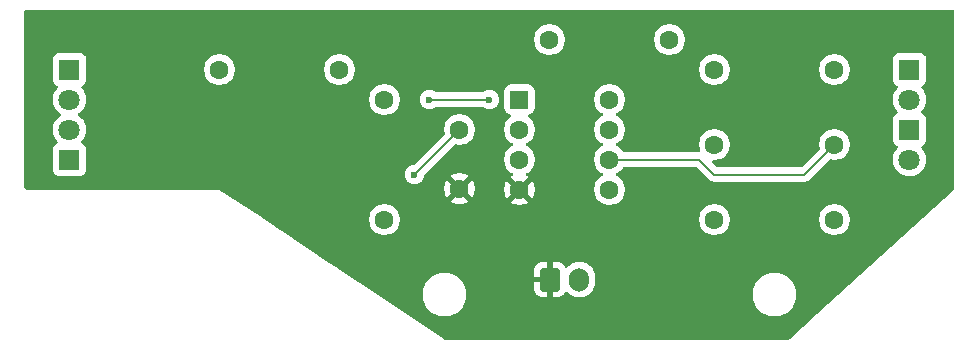
<source format=gbr>
%TF.GenerationSoftware,KiCad,Pcbnew,9.0.4-9.0.4-0~ubuntu22.04.1*%
%TF.CreationDate,2025-10-04T20:24:53+09:00*%
%TF.ProjectId,practice10.13,70726163-7469-4636-9531-302e31332e6b,rev?*%
%TF.SameCoordinates,Original*%
%TF.FileFunction,Copper,L2,Bot*%
%TF.FilePolarity,Positive*%
%FSLAX46Y46*%
G04 Gerber Fmt 4.6, Leading zero omitted, Abs format (unit mm)*
G04 Created by KiCad (PCBNEW 9.0.4-9.0.4-0~ubuntu22.04.1) date 2025-10-04 20:24:53*
%MOMM*%
%LPD*%
G01*
G04 APERTURE LIST*
G04 Aperture macros list*
%AMRoundRect*
0 Rectangle with rounded corners*
0 $1 Rounding radius*
0 $2 $3 $4 $5 $6 $7 $8 $9 X,Y pos of 4 corners*
0 Add a 4 corners polygon primitive as box body*
4,1,4,$2,$3,$4,$5,$6,$7,$8,$9,$2,$3,0*
0 Add four circle primitives for the rounded corners*
1,1,$1+$1,$2,$3*
1,1,$1+$1,$4,$5*
1,1,$1+$1,$6,$7*
1,1,$1+$1,$8,$9*
0 Add four rect primitives between the rounded corners*
20,1,$1+$1,$2,$3,$4,$5,0*
20,1,$1+$1,$4,$5,$6,$7,0*
20,1,$1+$1,$6,$7,$8,$9,0*
20,1,$1+$1,$8,$9,$2,$3,0*%
G04 Aperture macros list end*
%TA.AperFunction,ComponentPad*%
%ADD10C,1.800000*%
%TD*%
%TA.AperFunction,ComponentPad*%
%ADD11R,1.800000X1.800000*%
%TD*%
%TA.AperFunction,ComponentPad*%
%ADD12C,1.600000*%
%TD*%
%TA.AperFunction,ComponentPad*%
%ADD13RoundRect,0.250000X-0.600000X-0.750000X0.600000X-0.750000X0.600000X0.750000X-0.600000X0.750000X0*%
%TD*%
%TA.AperFunction,ComponentPad*%
%ADD14O,1.700000X2.000000*%
%TD*%
%TA.AperFunction,ComponentPad*%
%ADD15RoundRect,0.250000X-0.550000X-0.550000X0.550000X-0.550000X0.550000X0.550000X-0.550000X0.550000X0*%
%TD*%
%TA.AperFunction,ViaPad*%
%ADD16C,0.600000*%
%TD*%
%TA.AperFunction,Conductor*%
%ADD17C,0.200000*%
%TD*%
G04 APERTURE END LIST*
D10*
%TO.P,Q2,2,E*%
%TO.N,Net-(Q2-E)*%
X113030000Y-50800000D03*
D11*
%TO.P,Q2,1,C*%
%TO.N,VCC*%
X113030000Y-48260000D03*
%TD*%
D12*
%TO.P,R5,1*%
%TO.N,VCC*%
X139700000Y-60960000D03*
%TO.P,R5,2*%
%TO.N,Net-(J2-Pin_5)*%
X139700000Y-50800000D03*
%TD*%
D13*
%TO.P,J2,1,Pin_1*%
%TO.N,GND*%
X153710000Y-66040000D03*
D14*
%TO.P,J2,2,Pin_2*%
%TO.N,VCC*%
X156210000Y-66040000D03*
%TD*%
D11*
%TO.P,D1,1,K*%
%TO.N,Net-(D1-K)*%
X184150000Y-48260000D03*
D10*
%TO.P,D1,2,A*%
%TO.N,VCC*%
X184150000Y-50800000D03*
%TD*%
D12*
%TO.P,R1,1*%
%TO.N,Net-(D1-K)*%
X177800000Y-48260000D03*
%TO.P,R1,2*%
%TO.N,Net-(R1-Pad2)*%
X167640000Y-48260000D03*
%TD*%
%TO.P,R6,1*%
%TO.N,VCC*%
X177800000Y-60960000D03*
%TO.P,R6,2*%
%TO.N,Net-(J2-Pin_4)*%
X167640000Y-60960000D03*
%TD*%
D11*
%TO.P,D2,1,K*%
%TO.N,Net-(D2-K)*%
X113030000Y-55880000D03*
D10*
%TO.P,D2,2,A*%
%TO.N,VCC*%
X113030000Y-53340000D03*
%TD*%
D12*
%TO.P,R4,1*%
%TO.N,Net-(Q2-E)*%
X125730000Y-48260000D03*
%TO.P,R4,2*%
%TO.N,Net-(R1-Pad2)*%
X135890000Y-48260000D03*
%TD*%
%TO.P,C1,1*%
%TO.N,VCC*%
X146050000Y-53340000D03*
%TO.P,C1,2*%
%TO.N,GND*%
X146050000Y-58340000D03*
%TD*%
%TO.P,R3,1*%
%TO.N,Net-(Q1-E)*%
X177800000Y-54610000D03*
%TO.P,R3,2*%
%TO.N,Net-(R1-Pad2)*%
X167640000Y-54610000D03*
%TD*%
D15*
%TO.P,U1,1*%
%TO.N,Net-(J2-Pin_5)*%
X151130000Y-50800000D03*
D12*
%TO.P,U1,2,-*%
%TO.N,Net-(Q2-E)*%
X151130000Y-53340000D03*
%TO.P,U1,3,+*%
%TO.N,Net-(J2-Pin_3)*%
X151130000Y-55880000D03*
%TO.P,U1,4,V-*%
%TO.N,GND*%
X151130000Y-58420000D03*
%TO.P,U1,5,+*%
%TO.N,Net-(J2-Pin_3)*%
X158750000Y-58420000D03*
%TO.P,U1,6,-*%
%TO.N,Net-(Q1-E)*%
X158750000Y-55880000D03*
%TO.P,U1,7*%
%TO.N,Net-(J2-Pin_4)*%
X158750000Y-53340000D03*
%TO.P,U1,8,V+*%
%TO.N,VCC*%
X158750000Y-50800000D03*
%TD*%
%TO.P,R2,1*%
%TO.N,Net-(D2-K)*%
X153670000Y-45720000D03*
%TO.P,R2,2*%
%TO.N,Net-(R1-Pad2)*%
X163830000Y-45720000D03*
%TD*%
D11*
%TO.P,Q1,1,C*%
%TO.N,VCC*%
X184150000Y-53340000D03*
D10*
%TO.P,Q1,2,E*%
%TO.N,Net-(Q1-E)*%
X184150000Y-55880000D03*
%TD*%
D16*
%TO.N,Net-(J2-Pin_5)*%
X143510000Y-50800000D03*
X148590000Y-50800000D03*
%TO.N,VCC*%
X142240000Y-57150000D03*
%TD*%
D17*
%TO.N,Net-(Q1-E)*%
X175260000Y-57150000D02*
X167640000Y-57150000D01*
X167640000Y-57150000D02*
X166370000Y-55880000D01*
X166370000Y-55880000D02*
X158750000Y-55880000D01*
X175260000Y-57150000D02*
X175895000Y-56515000D01*
%TO.N,Net-(J2-Pin_5)*%
X148590000Y-50800000D02*
X143510000Y-50800000D01*
%TO.N,VCC*%
X142240000Y-57150000D02*
X146050000Y-53340000D01*
%TO.N,Net-(Q1-E)*%
X175260000Y-57150000D02*
X177800000Y-54610000D01*
%TD*%
%TA.AperFunction,Conductor*%
%TO.N,GND*%
G36*
X187903039Y-43199685D02*
G01*
X187948794Y-43252489D01*
X187960000Y-43304000D01*
X187960000Y-58365146D01*
X187940315Y-58432185D01*
X187919411Y-58456899D01*
X186257169Y-59968028D01*
X176351452Y-68973226D01*
X174025472Y-71087753D01*
X173962626Y-71118283D01*
X173942061Y-71120000D01*
X144817544Y-71120000D01*
X144750505Y-71100315D01*
X144748761Y-71099174D01*
X138883067Y-67188711D01*
X142929500Y-67188711D01*
X142929500Y-67431288D01*
X142961161Y-67671785D01*
X143023947Y-67906104D01*
X143116773Y-68130205D01*
X143116776Y-68130212D01*
X143238064Y-68340289D01*
X143238066Y-68340292D01*
X143238067Y-68340293D01*
X143385733Y-68532736D01*
X143385739Y-68532743D01*
X143557256Y-68704260D01*
X143557262Y-68704265D01*
X143749711Y-68851936D01*
X143959788Y-68973224D01*
X144183900Y-69066054D01*
X144418211Y-69128838D01*
X144598586Y-69152584D01*
X144658711Y-69160500D01*
X144658712Y-69160500D01*
X144901289Y-69160500D01*
X144949388Y-69154167D01*
X145141789Y-69128838D01*
X145376100Y-69066054D01*
X145600212Y-68973224D01*
X145810289Y-68851936D01*
X146002738Y-68704265D01*
X146174265Y-68532738D01*
X146321936Y-68340289D01*
X146443224Y-68130212D01*
X146536054Y-67906100D01*
X146598838Y-67671789D01*
X146630500Y-67431288D01*
X146630500Y-67188712D01*
X146598838Y-66948211D01*
X146536054Y-66713900D01*
X146443224Y-66489788D01*
X146321936Y-66279711D01*
X146174265Y-66087262D01*
X146174260Y-66087256D01*
X146002743Y-65915739D01*
X146002736Y-65915733D01*
X145810293Y-65768067D01*
X145810292Y-65768066D01*
X145810289Y-65768064D01*
X145600212Y-65646776D01*
X145600205Y-65646773D01*
X145376104Y-65553947D01*
X145141785Y-65491161D01*
X144901289Y-65459500D01*
X144901288Y-65459500D01*
X144658712Y-65459500D01*
X144658711Y-65459500D01*
X144418214Y-65491161D01*
X144183895Y-65553947D01*
X143959794Y-65646773D01*
X143959785Y-65646777D01*
X143749706Y-65768067D01*
X143557263Y-65915733D01*
X143557256Y-65915739D01*
X143385739Y-66087256D01*
X143385733Y-66087263D01*
X143238067Y-66279706D01*
X143116777Y-66489785D01*
X143116773Y-66489794D01*
X143023947Y-66713895D01*
X142961161Y-66948214D01*
X142929500Y-67188711D01*
X138883067Y-67188711D01*
X135960020Y-65240013D01*
X152360000Y-65240013D01*
X152360000Y-65790000D01*
X153276988Y-65790000D01*
X153244075Y-65847007D01*
X153210000Y-65974174D01*
X153210000Y-66105826D01*
X153244075Y-66232993D01*
X153276988Y-66290000D01*
X152360001Y-66290000D01*
X152360001Y-66839986D01*
X152370494Y-66942697D01*
X152425641Y-67109119D01*
X152425643Y-67109124D01*
X152517684Y-67258345D01*
X152641654Y-67382315D01*
X152790875Y-67474356D01*
X152790880Y-67474358D01*
X152957302Y-67529505D01*
X152957309Y-67529506D01*
X153060019Y-67539999D01*
X153459999Y-67539999D01*
X153460000Y-67539998D01*
X153460000Y-66473012D01*
X153517007Y-66505925D01*
X153644174Y-66540000D01*
X153775826Y-66540000D01*
X153902993Y-66505925D01*
X153960000Y-66473012D01*
X153960000Y-67539999D01*
X154359972Y-67539999D01*
X154359986Y-67539998D01*
X154462697Y-67529505D01*
X154629119Y-67474358D01*
X154629124Y-67474356D01*
X154778345Y-67382315D01*
X154902317Y-67258343D01*
X154997815Y-67103516D01*
X155049763Y-67056791D01*
X155118725Y-67045568D01*
X155182808Y-67073412D01*
X155191035Y-67080931D01*
X155330213Y-67220109D01*
X155502179Y-67345048D01*
X155502181Y-67345049D01*
X155502184Y-67345051D01*
X155691588Y-67441557D01*
X155893757Y-67507246D01*
X156103713Y-67540500D01*
X156103714Y-67540500D01*
X156316286Y-67540500D01*
X156316287Y-67540500D01*
X156526243Y-67507246D01*
X156728412Y-67441557D01*
X156917816Y-67345051D01*
X156939789Y-67329086D01*
X157089786Y-67220109D01*
X157089788Y-67220106D01*
X157089792Y-67220104D01*
X157121185Y-67188711D01*
X170869500Y-67188711D01*
X170869500Y-67431288D01*
X170901161Y-67671785D01*
X170963947Y-67906104D01*
X171056773Y-68130205D01*
X171056776Y-68130212D01*
X171178064Y-68340289D01*
X171178066Y-68340292D01*
X171178067Y-68340293D01*
X171325733Y-68532736D01*
X171325739Y-68532743D01*
X171497256Y-68704260D01*
X171497262Y-68704265D01*
X171689711Y-68851936D01*
X171899788Y-68973224D01*
X172123900Y-69066054D01*
X172358211Y-69128838D01*
X172538586Y-69152584D01*
X172598711Y-69160500D01*
X172598712Y-69160500D01*
X172841289Y-69160500D01*
X172889388Y-69154167D01*
X173081789Y-69128838D01*
X173316100Y-69066054D01*
X173540212Y-68973224D01*
X173750289Y-68851936D01*
X173942738Y-68704265D01*
X174114265Y-68532738D01*
X174261936Y-68340289D01*
X174383224Y-68130212D01*
X174476054Y-67906100D01*
X174538838Y-67671789D01*
X174570500Y-67431288D01*
X174570500Y-67188712D01*
X174538838Y-66948211D01*
X174476054Y-66713900D01*
X174383224Y-66489788D01*
X174261936Y-66279711D01*
X174114265Y-66087262D01*
X174114260Y-66087256D01*
X173942743Y-65915739D01*
X173942736Y-65915733D01*
X173750293Y-65768067D01*
X173750292Y-65768066D01*
X173750289Y-65768064D01*
X173540212Y-65646776D01*
X173540205Y-65646773D01*
X173316104Y-65553947D01*
X173081785Y-65491161D01*
X172841289Y-65459500D01*
X172841288Y-65459500D01*
X172598712Y-65459500D01*
X172598711Y-65459500D01*
X172358214Y-65491161D01*
X172123895Y-65553947D01*
X171899794Y-65646773D01*
X171899785Y-65646777D01*
X171689706Y-65768067D01*
X171497263Y-65915733D01*
X171497256Y-65915739D01*
X171325739Y-66087256D01*
X171325733Y-66087263D01*
X171178067Y-66279706D01*
X171056777Y-66489785D01*
X171056773Y-66489794D01*
X170963947Y-66713895D01*
X170901161Y-66948214D01*
X170869500Y-67188711D01*
X157121185Y-67188711D01*
X157240104Y-67069792D01*
X157240106Y-67069788D01*
X157240109Y-67069786D01*
X157365048Y-66897820D01*
X157365047Y-66897820D01*
X157365051Y-66897816D01*
X157461557Y-66708412D01*
X157527246Y-66506243D01*
X157560500Y-66296287D01*
X157560500Y-65783713D01*
X157527246Y-65573757D01*
X157461557Y-65371588D01*
X157365051Y-65182184D01*
X157365049Y-65182181D01*
X157365048Y-65182179D01*
X157240109Y-65010213D01*
X157089786Y-64859890D01*
X156917820Y-64734951D01*
X156728414Y-64638444D01*
X156728413Y-64638443D01*
X156728412Y-64638443D01*
X156526243Y-64572754D01*
X156526241Y-64572753D01*
X156526240Y-64572753D01*
X156364957Y-64547208D01*
X156316287Y-64539500D01*
X156103713Y-64539500D01*
X156055042Y-64547208D01*
X155893760Y-64572753D01*
X155691585Y-64638444D01*
X155502179Y-64734951D01*
X155330215Y-64859889D01*
X155191035Y-64999069D01*
X155129712Y-65032553D01*
X155060020Y-65027569D01*
X155004087Y-64985697D01*
X154997815Y-64976484D01*
X154902315Y-64821654D01*
X154778345Y-64697684D01*
X154629124Y-64605643D01*
X154629119Y-64605641D01*
X154462697Y-64550494D01*
X154462690Y-64550493D01*
X154359986Y-64540000D01*
X153960000Y-64540000D01*
X153960000Y-65606988D01*
X153902993Y-65574075D01*
X153775826Y-65540000D01*
X153644174Y-65540000D01*
X153517007Y-65574075D01*
X153460000Y-65606988D01*
X153460000Y-64540000D01*
X153060028Y-64540000D01*
X153060012Y-64540001D01*
X152957302Y-64550494D01*
X152790880Y-64605641D01*
X152790875Y-64605643D01*
X152641654Y-64697684D01*
X152517684Y-64821654D01*
X152425643Y-64970875D01*
X152425641Y-64970880D01*
X152370494Y-65137302D01*
X152370493Y-65137309D01*
X152360000Y-65240013D01*
X135960020Y-65240013D01*
X135873269Y-65182179D01*
X135805964Y-65137309D01*
X135556313Y-64970875D01*
X135389834Y-64859889D01*
X135202427Y-64734951D01*
X135008462Y-64605641D01*
X131027957Y-61951971D01*
X130810820Y-61807213D01*
X130288835Y-61459223D01*
X129533925Y-60955950D01*
X129386472Y-60857648D01*
X138399500Y-60857648D01*
X138399500Y-61062351D01*
X138431522Y-61264534D01*
X138494781Y-61459223D01*
X138587715Y-61641613D01*
X138708028Y-61807213D01*
X138852786Y-61951971D01*
X139007749Y-62064556D01*
X139018390Y-62072287D01*
X139134607Y-62131503D01*
X139200776Y-62165218D01*
X139200778Y-62165218D01*
X139200781Y-62165220D01*
X139305137Y-62199127D01*
X139395465Y-62228477D01*
X139496557Y-62244488D01*
X139597648Y-62260500D01*
X139597649Y-62260500D01*
X139802351Y-62260500D01*
X139802352Y-62260500D01*
X140004534Y-62228477D01*
X140199219Y-62165220D01*
X140381610Y-62072287D01*
X140474590Y-62004732D01*
X140547213Y-61951971D01*
X140547215Y-61951968D01*
X140547219Y-61951966D01*
X140691966Y-61807219D01*
X140691968Y-61807215D01*
X140691971Y-61807213D01*
X140744732Y-61734590D01*
X140812287Y-61641610D01*
X140905220Y-61459219D01*
X140968477Y-61264534D01*
X141000500Y-61062352D01*
X141000500Y-60857648D01*
X166339500Y-60857648D01*
X166339500Y-61062351D01*
X166371522Y-61264534D01*
X166434781Y-61459223D01*
X166527715Y-61641613D01*
X166648028Y-61807213D01*
X166792786Y-61951971D01*
X166947749Y-62064556D01*
X166958390Y-62072287D01*
X167074607Y-62131503D01*
X167140776Y-62165218D01*
X167140778Y-62165218D01*
X167140781Y-62165220D01*
X167245137Y-62199127D01*
X167335465Y-62228477D01*
X167436557Y-62244488D01*
X167537648Y-62260500D01*
X167537649Y-62260500D01*
X167742351Y-62260500D01*
X167742352Y-62260500D01*
X167944534Y-62228477D01*
X168139219Y-62165220D01*
X168321610Y-62072287D01*
X168414590Y-62004732D01*
X168487213Y-61951971D01*
X168487215Y-61951968D01*
X168487219Y-61951966D01*
X168631966Y-61807219D01*
X168631968Y-61807215D01*
X168631971Y-61807213D01*
X168684732Y-61734590D01*
X168752287Y-61641610D01*
X168845220Y-61459219D01*
X168908477Y-61264534D01*
X168940500Y-61062352D01*
X168940500Y-60857648D01*
X176499500Y-60857648D01*
X176499500Y-61062351D01*
X176531522Y-61264534D01*
X176594781Y-61459223D01*
X176687715Y-61641613D01*
X176808028Y-61807213D01*
X176952786Y-61951971D01*
X177107749Y-62064556D01*
X177118390Y-62072287D01*
X177234607Y-62131503D01*
X177300776Y-62165218D01*
X177300778Y-62165218D01*
X177300781Y-62165220D01*
X177405137Y-62199127D01*
X177495465Y-62228477D01*
X177596557Y-62244488D01*
X177697648Y-62260500D01*
X177697649Y-62260500D01*
X177902351Y-62260500D01*
X177902352Y-62260500D01*
X178104534Y-62228477D01*
X178299219Y-62165220D01*
X178481610Y-62072287D01*
X178574590Y-62004732D01*
X178647213Y-61951971D01*
X178647215Y-61951968D01*
X178647219Y-61951966D01*
X178791966Y-61807219D01*
X178791968Y-61807215D01*
X178791971Y-61807213D01*
X178844732Y-61734590D01*
X178912287Y-61641610D01*
X179005220Y-61459219D01*
X179068477Y-61264534D01*
X179100500Y-61062352D01*
X179100500Y-60857648D01*
X179068477Y-60655466D01*
X179005220Y-60460781D01*
X179005218Y-60460778D01*
X179005218Y-60460776D01*
X178971503Y-60394607D01*
X178912287Y-60278390D01*
X178848432Y-60190500D01*
X178791971Y-60112786D01*
X178647213Y-59968028D01*
X178481613Y-59847715D01*
X178481612Y-59847714D01*
X178481610Y-59847713D01*
X178424653Y-59818691D01*
X178299223Y-59754781D01*
X178104534Y-59691522D01*
X177929995Y-59663878D01*
X177902352Y-59659500D01*
X177697648Y-59659500D01*
X177673329Y-59663351D01*
X177495465Y-59691522D01*
X177300776Y-59754781D01*
X177118386Y-59847715D01*
X176952786Y-59968028D01*
X176808028Y-60112786D01*
X176687715Y-60278386D01*
X176594781Y-60460776D01*
X176531522Y-60655465D01*
X176499500Y-60857648D01*
X168940500Y-60857648D01*
X168908477Y-60655466D01*
X168845220Y-60460781D01*
X168845218Y-60460778D01*
X168845218Y-60460776D01*
X168811503Y-60394607D01*
X168752287Y-60278390D01*
X168688432Y-60190500D01*
X168631971Y-60112786D01*
X168487213Y-59968028D01*
X168321613Y-59847715D01*
X168321612Y-59847714D01*
X168321610Y-59847713D01*
X168264653Y-59818691D01*
X168139223Y-59754781D01*
X167944534Y-59691522D01*
X167769995Y-59663878D01*
X167742352Y-59659500D01*
X167537648Y-59659500D01*
X167513329Y-59663351D01*
X167335465Y-59691522D01*
X167140776Y-59754781D01*
X166958386Y-59847715D01*
X166792786Y-59968028D01*
X166648028Y-60112786D01*
X166527715Y-60278386D01*
X166434781Y-60460776D01*
X166371522Y-60655465D01*
X166339500Y-60857648D01*
X141000500Y-60857648D01*
X140968477Y-60655466D01*
X140905220Y-60460781D01*
X140905218Y-60460778D01*
X140905218Y-60460776D01*
X140871503Y-60394607D01*
X140812287Y-60278390D01*
X140748432Y-60190500D01*
X140691971Y-60112786D01*
X140547213Y-59968028D01*
X140381613Y-59847715D01*
X140381612Y-59847714D01*
X140381610Y-59847713D01*
X140324653Y-59818691D01*
X140199223Y-59754781D01*
X140004534Y-59691522D01*
X139829995Y-59663878D01*
X139802352Y-59659500D01*
X139597648Y-59659500D01*
X139573329Y-59663351D01*
X139395465Y-59691522D01*
X139200776Y-59754781D01*
X139018386Y-59847715D01*
X138852786Y-59968028D01*
X138708028Y-60112786D01*
X138587715Y-60278386D01*
X138494781Y-60460776D01*
X138431522Y-60655465D01*
X138399500Y-60857648D01*
X129386472Y-60857648D01*
X127313084Y-59475389D01*
X125730000Y-58420000D01*
X109344000Y-58420000D01*
X109335314Y-58417449D01*
X109326353Y-58418738D01*
X109302312Y-58407759D01*
X109276961Y-58400315D01*
X109271033Y-58393474D01*
X109262797Y-58389713D01*
X109248507Y-58367478D01*
X109231206Y-58347511D01*
X109228918Y-58336996D01*
X109225023Y-58330935D01*
X109220000Y-58296000D01*
X109220000Y-58237682D01*
X144750000Y-58237682D01*
X144750000Y-58442317D01*
X144782009Y-58644417D01*
X144845244Y-58839031D01*
X144938141Y-59021350D01*
X144938147Y-59021359D01*
X144970523Y-59065921D01*
X144970524Y-59065922D01*
X145650000Y-58386446D01*
X145650000Y-58392661D01*
X145677259Y-58494394D01*
X145729920Y-58585606D01*
X145804394Y-58660080D01*
X145895606Y-58712741D01*
X145997339Y-58740000D01*
X146003553Y-58740000D01*
X145324076Y-59419474D01*
X145368650Y-59451859D01*
X145550968Y-59544755D01*
X145745582Y-59607990D01*
X145947683Y-59640000D01*
X146152317Y-59640000D01*
X146354417Y-59607990D01*
X146549031Y-59544755D01*
X146731349Y-59451859D01*
X146775921Y-59419474D01*
X146775922Y-59419474D01*
X146096447Y-58740000D01*
X146102661Y-58740000D01*
X146204394Y-58712741D01*
X146295606Y-58660080D01*
X146370080Y-58585606D01*
X146422741Y-58494394D01*
X146450000Y-58392661D01*
X146450000Y-58386448D01*
X147129474Y-59065922D01*
X147129474Y-59065921D01*
X147161859Y-59021349D01*
X147254755Y-58839031D01*
X147317990Y-58644417D01*
X147350000Y-58442317D01*
X147350000Y-58237682D01*
X147317990Y-58035582D01*
X147254755Y-57840968D01*
X147161859Y-57658650D01*
X147129474Y-57614077D01*
X147129474Y-57614076D01*
X146450000Y-58293551D01*
X146450000Y-58287339D01*
X146422741Y-58185606D01*
X146370080Y-58094394D01*
X146295606Y-58019920D01*
X146204394Y-57967259D01*
X146102661Y-57940000D01*
X146096446Y-57940000D01*
X146775922Y-57260524D01*
X146775921Y-57260523D01*
X146731359Y-57228147D01*
X146731350Y-57228141D01*
X146549031Y-57135244D01*
X146354417Y-57072009D01*
X146152317Y-57040000D01*
X145947683Y-57040000D01*
X145745582Y-57072009D01*
X145550968Y-57135244D01*
X145368644Y-57228143D01*
X145324077Y-57260523D01*
X145324077Y-57260524D01*
X146003554Y-57940000D01*
X145997339Y-57940000D01*
X145895606Y-57967259D01*
X145804394Y-58019920D01*
X145729920Y-58094394D01*
X145677259Y-58185606D01*
X145650000Y-58287339D01*
X145650000Y-58293553D01*
X144970524Y-57614077D01*
X144970523Y-57614077D01*
X144938143Y-57658644D01*
X144845244Y-57840968D01*
X144782009Y-58035582D01*
X144750000Y-58237682D01*
X109220000Y-58237682D01*
X109220000Y-47312135D01*
X111629500Y-47312135D01*
X111629500Y-49207870D01*
X111629501Y-49207876D01*
X111635908Y-49267483D01*
X111686202Y-49402328D01*
X111686206Y-49402335D01*
X111772452Y-49517544D01*
X111772455Y-49517547D01*
X111887664Y-49603793D01*
X111887671Y-49603797D01*
X111967580Y-49633601D01*
X112023514Y-49675472D01*
X112047931Y-49740936D01*
X112033080Y-49809209D01*
X112011929Y-49837463D01*
X111961756Y-49887636D01*
X111961752Y-49887641D01*
X111832187Y-50065974D01*
X111732104Y-50262393D01*
X111732103Y-50262396D01*
X111663985Y-50472047D01*
X111629500Y-50689778D01*
X111629500Y-50910221D01*
X111663985Y-51127952D01*
X111732103Y-51337603D01*
X111732104Y-51337606D01*
X111800122Y-51471096D01*
X111819636Y-51509394D01*
X111832187Y-51534025D01*
X111961752Y-51712358D01*
X111961756Y-51712363D01*
X112117636Y-51868243D01*
X112117641Y-51868247D01*
X112257254Y-51969682D01*
X112299920Y-52025012D01*
X112305899Y-52094625D01*
X112273293Y-52156420D01*
X112257254Y-52170318D01*
X112117641Y-52271752D01*
X112117636Y-52271756D01*
X111961756Y-52427636D01*
X111961752Y-52427641D01*
X111832187Y-52605974D01*
X111732104Y-52802393D01*
X111732103Y-52802396D01*
X111663985Y-53012047D01*
X111629500Y-53229778D01*
X111629500Y-53450221D01*
X111663985Y-53667952D01*
X111732103Y-53877603D01*
X111732104Y-53877606D01*
X111800122Y-54011096D01*
X111805479Y-54021610D01*
X111832187Y-54074025D01*
X111961752Y-54252358D01*
X111961756Y-54252363D01*
X112011928Y-54302535D01*
X112045413Y-54363858D01*
X112040429Y-54433550D01*
X111998557Y-54489483D01*
X111967581Y-54506398D01*
X111887669Y-54536203D01*
X111887664Y-54536206D01*
X111772455Y-54622452D01*
X111772452Y-54622455D01*
X111686206Y-54737664D01*
X111686202Y-54737671D01*
X111635908Y-54872517D01*
X111629501Y-54932116D01*
X111629501Y-54932123D01*
X111629500Y-54932135D01*
X111629500Y-56827870D01*
X111629501Y-56827876D01*
X111635908Y-56887483D01*
X111686202Y-57022328D01*
X111686206Y-57022335D01*
X111772452Y-57137544D01*
X111772455Y-57137547D01*
X111887664Y-57223793D01*
X111887671Y-57223797D01*
X112022517Y-57274091D01*
X112022516Y-57274091D01*
X112029444Y-57274835D01*
X112082127Y-57280500D01*
X113977872Y-57280499D01*
X114037483Y-57274091D01*
X114172331Y-57223796D01*
X114287546Y-57137546D01*
X114337248Y-57071153D01*
X141439500Y-57071153D01*
X141439500Y-57228846D01*
X141470261Y-57383489D01*
X141470264Y-57383501D01*
X141530602Y-57529172D01*
X141530609Y-57529185D01*
X141618210Y-57660288D01*
X141618213Y-57660292D01*
X141729707Y-57771786D01*
X141729711Y-57771789D01*
X141860814Y-57859390D01*
X141860827Y-57859397D01*
X142006498Y-57919735D01*
X142006503Y-57919737D01*
X142161153Y-57950499D01*
X142161156Y-57950500D01*
X142161158Y-57950500D01*
X142318844Y-57950500D01*
X142318845Y-57950499D01*
X142473497Y-57919737D01*
X142619179Y-57859394D01*
X142750289Y-57771789D01*
X142861789Y-57660289D01*
X142949394Y-57529179D01*
X143009737Y-57383497D01*
X143024726Y-57308143D01*
X143029610Y-57283592D01*
X143040638Y-57228150D01*
X143073023Y-57166239D01*
X143074518Y-57164716D01*
X145605159Y-54634075D01*
X145666480Y-54600592D01*
X145731154Y-54603826D01*
X145745466Y-54608477D01*
X145947648Y-54640500D01*
X145947649Y-54640500D01*
X146152351Y-54640500D01*
X146152352Y-54640500D01*
X146354534Y-54608477D01*
X146549219Y-54545220D01*
X146731610Y-54452287D01*
X146875862Y-54347483D01*
X146897213Y-54331971D01*
X146897215Y-54331968D01*
X146897219Y-54331966D01*
X147041966Y-54187219D01*
X147041968Y-54187215D01*
X147041971Y-54187213D01*
X147097505Y-54110776D01*
X147162287Y-54021610D01*
X147255220Y-53839219D01*
X147318477Y-53644534D01*
X147350500Y-53442352D01*
X147350500Y-53237648D01*
X147318477Y-53035465D01*
X147255218Y-52840776D01*
X147221503Y-52774607D01*
X147162287Y-52658390D01*
X147124205Y-52605974D01*
X147041971Y-52492786D01*
X146897213Y-52348028D01*
X146731613Y-52227715D01*
X146731612Y-52227714D01*
X146731610Y-52227713D01*
X146672636Y-52197664D01*
X146549223Y-52134781D01*
X146354534Y-52071522D01*
X146179995Y-52043878D01*
X146152352Y-52039500D01*
X145947648Y-52039500D01*
X145923329Y-52043351D01*
X145745465Y-52071522D01*
X145550776Y-52134781D01*
X145368386Y-52227715D01*
X145202786Y-52348028D01*
X145058028Y-52492786D01*
X144937715Y-52658386D01*
X144844781Y-52840776D01*
X144781522Y-53035465D01*
X144749500Y-53237648D01*
X144749500Y-53442352D01*
X144758269Y-53497715D01*
X144781523Y-53644535D01*
X144786172Y-53658845D01*
X144788165Y-53728687D01*
X144755921Y-53784841D01*
X142225339Y-56315425D01*
X142164016Y-56348910D01*
X142161850Y-56349361D01*
X142006508Y-56380261D01*
X142006498Y-56380264D01*
X141860827Y-56440602D01*
X141860814Y-56440609D01*
X141729711Y-56528210D01*
X141729707Y-56528213D01*
X141618213Y-56639707D01*
X141618210Y-56639711D01*
X141530609Y-56770814D01*
X141530602Y-56770827D01*
X141470264Y-56916498D01*
X141470261Y-56916510D01*
X141439500Y-57071153D01*
X114337248Y-57071153D01*
X114373796Y-57022331D01*
X114424091Y-56887483D01*
X114430500Y-56827873D01*
X114430499Y-54932128D01*
X114424091Y-54872517D01*
X114417983Y-54856141D01*
X114373797Y-54737671D01*
X114373793Y-54737664D01*
X114287547Y-54622455D01*
X114287544Y-54622452D01*
X114172335Y-54536206D01*
X114172328Y-54536202D01*
X114092419Y-54506398D01*
X114036485Y-54464527D01*
X114012068Y-54399062D01*
X114026920Y-54330789D01*
X114048069Y-54302537D01*
X114098242Y-54252365D01*
X114227815Y-54074022D01*
X114327895Y-53877606D01*
X114396015Y-53667951D01*
X114430500Y-53450222D01*
X114430500Y-53229778D01*
X114396015Y-53012049D01*
X114327895Y-52802394D01*
X114327895Y-52802393D01*
X114293237Y-52734375D01*
X114227815Y-52605978D01*
X114145573Y-52492781D01*
X114098247Y-52427641D01*
X114098243Y-52427636D01*
X113942363Y-52271756D01*
X113942358Y-52271752D01*
X113802745Y-52170318D01*
X113760079Y-52114989D01*
X113754100Y-52045375D01*
X113786705Y-51983580D01*
X113802745Y-51969682D01*
X113942358Y-51868247D01*
X113942356Y-51868247D01*
X113942365Y-51868242D01*
X114098242Y-51712365D01*
X114227815Y-51534022D01*
X114327895Y-51337606D01*
X114396015Y-51127951D01*
X114430500Y-50910222D01*
X114430500Y-50697648D01*
X138399500Y-50697648D01*
X138399500Y-50902351D01*
X138431522Y-51104534D01*
X138494781Y-51299223D01*
X138587715Y-51481613D01*
X138708028Y-51647213D01*
X138852786Y-51791971D01*
X139007749Y-51904556D01*
X139018390Y-51912287D01*
X139111080Y-51959515D01*
X139200776Y-52005218D01*
X139200778Y-52005218D01*
X139200781Y-52005220D01*
X139261695Y-52025012D01*
X139395465Y-52068477D01*
X139414697Y-52071523D01*
X139597648Y-52100500D01*
X139597649Y-52100500D01*
X139802351Y-52100500D01*
X139802352Y-52100500D01*
X140004534Y-52068477D01*
X140199219Y-52005220D01*
X140381610Y-51912287D01*
X140510482Y-51818657D01*
X140547213Y-51791971D01*
X140547215Y-51791968D01*
X140547219Y-51791966D01*
X140691966Y-51647219D01*
X140691968Y-51647215D01*
X140691971Y-51647213D01*
X140748259Y-51569738D01*
X140812287Y-51481610D01*
X140905220Y-51299219D01*
X140968477Y-51104534D01*
X141000500Y-50902352D01*
X141000500Y-50721153D01*
X142709500Y-50721153D01*
X142709500Y-50878846D01*
X142740261Y-51033489D01*
X142740264Y-51033501D01*
X142800602Y-51179172D01*
X142800609Y-51179185D01*
X142888210Y-51310288D01*
X142888213Y-51310292D01*
X142999707Y-51421786D01*
X142999711Y-51421789D01*
X143130814Y-51509390D01*
X143130827Y-51509397D01*
X143276498Y-51569735D01*
X143276503Y-51569737D01*
X143431153Y-51600499D01*
X143431156Y-51600500D01*
X143431158Y-51600500D01*
X143588844Y-51600500D01*
X143588845Y-51600499D01*
X143743497Y-51569737D01*
X143889179Y-51509394D01*
X143930761Y-51481610D01*
X144020875Y-51421398D01*
X144087553Y-51400520D01*
X144089766Y-51400500D01*
X148010234Y-51400500D01*
X148077273Y-51420185D01*
X148079125Y-51421398D01*
X148210814Y-51509390D01*
X148210827Y-51509397D01*
X148356498Y-51569735D01*
X148356503Y-51569737D01*
X148511153Y-51600499D01*
X148511156Y-51600500D01*
X148511158Y-51600500D01*
X148668844Y-51600500D01*
X148668845Y-51600499D01*
X148823497Y-51569737D01*
X148969179Y-51509394D01*
X149100289Y-51421789D01*
X149211789Y-51310289D01*
X149299394Y-51179179D01*
X149359737Y-51033497D01*
X149390500Y-50878842D01*
X149390500Y-50721158D01*
X149390500Y-50721155D01*
X149390499Y-50721153D01*
X149359737Y-50566503D01*
X149330313Y-50495466D01*
X149299397Y-50420827D01*
X149299390Y-50420814D01*
X149211789Y-50289711D01*
X149211786Y-50289707D01*
X149122062Y-50199983D01*
X149829500Y-50199983D01*
X149829500Y-51400001D01*
X149829501Y-51400018D01*
X149840000Y-51502796D01*
X149840001Y-51502799D01*
X149887856Y-51647213D01*
X149895186Y-51669334D01*
X149987288Y-51818656D01*
X150111344Y-51942712D01*
X150260666Y-52034814D01*
X150342570Y-52061954D01*
X150400015Y-52101727D01*
X150426838Y-52166243D01*
X150414523Y-52235018D01*
X150376451Y-52279978D01*
X150282787Y-52348028D01*
X150282782Y-52348032D01*
X150138028Y-52492786D01*
X150017715Y-52658386D01*
X149924781Y-52840776D01*
X149861522Y-53035465D01*
X149829500Y-53237648D01*
X149829500Y-53442351D01*
X149861522Y-53644534D01*
X149924781Y-53839223D01*
X150017715Y-54021613D01*
X150138028Y-54187213D01*
X150282786Y-54331971D01*
X150437749Y-54444556D01*
X150448390Y-54452287D01*
X150539840Y-54498883D01*
X150541080Y-54499515D01*
X150591876Y-54547490D01*
X150608671Y-54615311D01*
X150586134Y-54681446D01*
X150541080Y-54720485D01*
X150448386Y-54767715D01*
X150282786Y-54888028D01*
X150138028Y-55032786D01*
X150017715Y-55198386D01*
X149924781Y-55380776D01*
X149861522Y-55575465D01*
X149829500Y-55777648D01*
X149829500Y-55982351D01*
X149861522Y-56184534D01*
X149924781Y-56379223D01*
X149976385Y-56480500D01*
X150000696Y-56528213D01*
X150017715Y-56561613D01*
X150138028Y-56727213D01*
X150282786Y-56871971D01*
X150448385Y-56992284D01*
X150448387Y-56992285D01*
X150448390Y-56992287D01*
X150541080Y-57039515D01*
X150541630Y-57039795D01*
X150592426Y-57087770D01*
X150609221Y-57155591D01*
X150586684Y-57221725D01*
X150541630Y-57260765D01*
X150448644Y-57308143D01*
X150404077Y-57340523D01*
X150404077Y-57340524D01*
X151083554Y-58020000D01*
X151077339Y-58020000D01*
X150975606Y-58047259D01*
X150884394Y-58099920D01*
X150809920Y-58174394D01*
X150757259Y-58265606D01*
X150730000Y-58367339D01*
X150730000Y-58373553D01*
X150050524Y-57694077D01*
X150050523Y-57694077D01*
X150018143Y-57738644D01*
X149925244Y-57920968D01*
X149862009Y-58115582D01*
X149830000Y-58317682D01*
X149830000Y-58522317D01*
X149862009Y-58724417D01*
X149925244Y-58919031D01*
X150018141Y-59101350D01*
X150018147Y-59101359D01*
X150050523Y-59145921D01*
X150050524Y-59145922D01*
X150730000Y-58466446D01*
X150730000Y-58472661D01*
X150757259Y-58574394D01*
X150809920Y-58665606D01*
X150884394Y-58740080D01*
X150975606Y-58792741D01*
X151077339Y-58820000D01*
X151083553Y-58820000D01*
X150404076Y-59499474D01*
X150448650Y-59531859D01*
X150630968Y-59624755D01*
X150825582Y-59687990D01*
X151027683Y-59720000D01*
X151232317Y-59720000D01*
X151434417Y-59687990D01*
X151629031Y-59624755D01*
X151811349Y-59531859D01*
X151855921Y-59499474D01*
X151176447Y-58820000D01*
X151182661Y-58820000D01*
X151284394Y-58792741D01*
X151375606Y-58740080D01*
X151450080Y-58665606D01*
X151502741Y-58574394D01*
X151530000Y-58472661D01*
X151530000Y-58466448D01*
X152209474Y-59145922D01*
X152209474Y-59145921D01*
X152241859Y-59101349D01*
X152334755Y-58919031D01*
X152397990Y-58724417D01*
X152430000Y-58522317D01*
X152430000Y-58317682D01*
X152397990Y-58115582D01*
X152334755Y-57920968D01*
X152241859Y-57738650D01*
X152209474Y-57694077D01*
X152209474Y-57694076D01*
X151530000Y-58373551D01*
X151530000Y-58367339D01*
X151502741Y-58265606D01*
X151450080Y-58174394D01*
X151375606Y-58099920D01*
X151284394Y-58047259D01*
X151182661Y-58020000D01*
X151176446Y-58020000D01*
X151855922Y-57340524D01*
X151855921Y-57340523D01*
X151811359Y-57308147D01*
X151811350Y-57308141D01*
X151718369Y-57260765D01*
X151667573Y-57212790D01*
X151650778Y-57144969D01*
X151673315Y-57078835D01*
X151718370Y-57039795D01*
X151718920Y-57039515D01*
X151811610Y-56992287D01*
X151915919Y-56916503D01*
X151977213Y-56871971D01*
X151977215Y-56871968D01*
X151977219Y-56871966D01*
X152121966Y-56727219D01*
X152121968Y-56727215D01*
X152121971Y-56727213D01*
X152185547Y-56639707D01*
X152242287Y-56561610D01*
X152335220Y-56379219D01*
X152398477Y-56184534D01*
X152430500Y-55982352D01*
X152430500Y-55777648D01*
X152398477Y-55575465D01*
X152335218Y-55380776D01*
X152295457Y-55302742D01*
X152242287Y-55198390D01*
X152204205Y-55145974D01*
X152121971Y-55032786D01*
X151977213Y-54888028D01*
X151811614Y-54767715D01*
X151787586Y-54755472D01*
X151718917Y-54720483D01*
X151668123Y-54672511D01*
X151651328Y-54604690D01*
X151673865Y-54538555D01*
X151718917Y-54499516D01*
X151811610Y-54452287D01*
X151832770Y-54436913D01*
X151977213Y-54331971D01*
X151977215Y-54331968D01*
X151977219Y-54331966D01*
X152121966Y-54187219D01*
X152121968Y-54187215D01*
X152121971Y-54187213D01*
X152177505Y-54110776D01*
X152242287Y-54021610D01*
X152335220Y-53839219D01*
X152398477Y-53644534D01*
X152430500Y-53442352D01*
X152430500Y-53237648D01*
X152398477Y-53035465D01*
X152335218Y-52840776D01*
X152301503Y-52774607D01*
X152242287Y-52658390D01*
X152204205Y-52605974D01*
X152121971Y-52492786D01*
X151977219Y-52348034D01*
X151977211Y-52348028D01*
X151883547Y-52279978D01*
X151840882Y-52224649D01*
X151834903Y-52155036D01*
X151867508Y-52093240D01*
X151917426Y-52061955D01*
X151999334Y-52034814D01*
X152148656Y-51942712D01*
X152272712Y-51818656D01*
X152364814Y-51669334D01*
X152419999Y-51502797D01*
X152430500Y-51400009D01*
X152430499Y-50697648D01*
X157449500Y-50697648D01*
X157449500Y-50902351D01*
X157481522Y-51104534D01*
X157544781Y-51299223D01*
X157637715Y-51481613D01*
X157758028Y-51647213D01*
X157902786Y-51791971D01*
X158057749Y-51904556D01*
X158068390Y-51912287D01*
X158159840Y-51958883D01*
X158161080Y-51959515D01*
X158211876Y-52007490D01*
X158228671Y-52075311D01*
X158206134Y-52141446D01*
X158161080Y-52180485D01*
X158068386Y-52227715D01*
X157902786Y-52348028D01*
X157758028Y-52492786D01*
X157637715Y-52658386D01*
X157544781Y-52840776D01*
X157481522Y-53035465D01*
X157449500Y-53237648D01*
X157449500Y-53442351D01*
X157481522Y-53644534D01*
X157544781Y-53839223D01*
X157637715Y-54021613D01*
X157758028Y-54187213D01*
X157902786Y-54331971D01*
X158057749Y-54444556D01*
X158068390Y-54452287D01*
X158159840Y-54498883D01*
X158161080Y-54499515D01*
X158211876Y-54547490D01*
X158228671Y-54615311D01*
X158206134Y-54681446D01*
X158161080Y-54720485D01*
X158068386Y-54767715D01*
X157902786Y-54888028D01*
X157758028Y-55032786D01*
X157637715Y-55198386D01*
X157544781Y-55380776D01*
X157481522Y-55575465D01*
X157449500Y-55777648D01*
X157449500Y-55982351D01*
X157481522Y-56184534D01*
X157544781Y-56379223D01*
X157596385Y-56480500D01*
X157620696Y-56528213D01*
X157637715Y-56561613D01*
X157758028Y-56727213D01*
X157902786Y-56871971D01*
X158057749Y-56984556D01*
X158068390Y-56992287D01*
X158159840Y-57038883D01*
X158161080Y-57039515D01*
X158211876Y-57087490D01*
X158228671Y-57155311D01*
X158206134Y-57221446D01*
X158161080Y-57260485D01*
X158068386Y-57307715D01*
X157902786Y-57428028D01*
X157758028Y-57572786D01*
X157637715Y-57738386D01*
X157544781Y-57920776D01*
X157481522Y-58115465D01*
X157449500Y-58317648D01*
X157449500Y-58522351D01*
X157481522Y-58724534D01*
X157544781Y-58919223D01*
X157596818Y-59021349D01*
X157637585Y-59101359D01*
X157637715Y-59101613D01*
X157758028Y-59267213D01*
X157902786Y-59411971D01*
X158023226Y-59499474D01*
X158068390Y-59532287D01*
X158184607Y-59591503D01*
X158250776Y-59625218D01*
X158250778Y-59625218D01*
X158250781Y-59625220D01*
X158355137Y-59659127D01*
X158445465Y-59688477D01*
X158464697Y-59691523D01*
X158647648Y-59720500D01*
X158647649Y-59720500D01*
X158852351Y-59720500D01*
X158852352Y-59720500D01*
X159054534Y-59688477D01*
X159249219Y-59625220D01*
X159431610Y-59532287D01*
X159542311Y-59451859D01*
X159597213Y-59411971D01*
X159597215Y-59411968D01*
X159597219Y-59411966D01*
X159741966Y-59267219D01*
X159741968Y-59267215D01*
X159741971Y-59267213D01*
X159801547Y-59185212D01*
X159862287Y-59101610D01*
X159955220Y-58919219D01*
X160018477Y-58724534D01*
X160050500Y-58522352D01*
X160050500Y-58317648D01*
X160029586Y-58185606D01*
X160018477Y-58115465D01*
X159976556Y-57986446D01*
X159955220Y-57920781D01*
X159955218Y-57920778D01*
X159955218Y-57920776D01*
X159914553Y-57840968D01*
X159862287Y-57738390D01*
X159830092Y-57694077D01*
X159741971Y-57572786D01*
X159597213Y-57428028D01*
X159431614Y-57307715D01*
X159425006Y-57304348D01*
X159338917Y-57260483D01*
X159288123Y-57212511D01*
X159271328Y-57144690D01*
X159293865Y-57078555D01*
X159338917Y-57039516D01*
X159431610Y-56992287D01*
X159452770Y-56976913D01*
X159597213Y-56871971D01*
X159597215Y-56871968D01*
X159597219Y-56871966D01*
X159741966Y-56727219D01*
X159741968Y-56727215D01*
X159741971Y-56727213D01*
X159862284Y-56561614D01*
X159862285Y-56561613D01*
X159862287Y-56561610D01*
X159869117Y-56548204D01*
X159917091Y-56497409D01*
X159979602Y-56480500D01*
X166069903Y-56480500D01*
X166136942Y-56500185D01*
X166157584Y-56516819D01*
X167155139Y-57514374D01*
X167155149Y-57514385D01*
X167159479Y-57518715D01*
X167159480Y-57518716D01*
X167271284Y-57630520D01*
X167319998Y-57658644D01*
X167358095Y-57680639D01*
X167358097Y-57680641D01*
X167408213Y-57709576D01*
X167408215Y-57709577D01*
X167560942Y-57750500D01*
X167560943Y-57750500D01*
X175173331Y-57750500D01*
X175173347Y-57750501D01*
X175180943Y-57750501D01*
X175339054Y-57750501D01*
X175339057Y-57750501D01*
X175491785Y-57709577D01*
X175541904Y-57680639D01*
X175628716Y-57630520D01*
X175740520Y-57518716D01*
X175740521Y-57518713D01*
X175985144Y-57274091D01*
X176375520Y-56883716D01*
X176375520Y-56883714D01*
X176385724Y-56873511D01*
X176385728Y-56873506D01*
X177355158Y-55904075D01*
X177416479Y-55870592D01*
X177481151Y-55873825D01*
X177495466Y-55878477D01*
X177697648Y-55910500D01*
X177697649Y-55910500D01*
X177902351Y-55910500D01*
X177902352Y-55910500D01*
X178104534Y-55878477D01*
X178299219Y-55815220D01*
X178481610Y-55722287D01*
X178574590Y-55654732D01*
X178647213Y-55601971D01*
X178647215Y-55601968D01*
X178647219Y-55601966D01*
X178791966Y-55457219D01*
X178791968Y-55457215D01*
X178791971Y-55457213D01*
X178875389Y-55342396D01*
X178912287Y-55291610D01*
X179005220Y-55109219D01*
X179068477Y-54914534D01*
X179100500Y-54712352D01*
X179100500Y-54507648D01*
X179068477Y-54305466D01*
X179067524Y-54302534D01*
X179005218Y-54110776D01*
X178971503Y-54044607D01*
X178912287Y-53928390D01*
X178875391Y-53877606D01*
X178791971Y-53762786D01*
X178647213Y-53618028D01*
X178481613Y-53497715D01*
X178481612Y-53497714D01*
X178481610Y-53497713D01*
X178388402Y-53450221D01*
X178299223Y-53404781D01*
X178104534Y-53341522D01*
X177929995Y-53313878D01*
X177902352Y-53309500D01*
X177697648Y-53309500D01*
X177673329Y-53313351D01*
X177495465Y-53341522D01*
X177300776Y-53404781D01*
X177118386Y-53497715D01*
X176952786Y-53618028D01*
X176808028Y-53762786D01*
X176687715Y-53928386D01*
X176594781Y-54110776D01*
X176531522Y-54305465D01*
X176499500Y-54507648D01*
X176499500Y-54712351D01*
X176531522Y-54914534D01*
X176536173Y-54928848D01*
X176538165Y-54998690D01*
X176505921Y-55054842D01*
X175526286Y-56034478D01*
X175526284Y-56034480D01*
X175143159Y-56417606D01*
X175047584Y-56513181D01*
X174986261Y-56546666D01*
X174959903Y-56549500D01*
X167940097Y-56549500D01*
X167873058Y-56529815D01*
X167852416Y-56513181D01*
X167461416Y-56122181D01*
X167427931Y-56060858D01*
X167432915Y-55991166D01*
X167474787Y-55935233D01*
X167540251Y-55910816D01*
X167549097Y-55910500D01*
X167742351Y-55910500D01*
X167742352Y-55910500D01*
X167944534Y-55878477D01*
X168139219Y-55815220D01*
X168321610Y-55722287D01*
X168414590Y-55654732D01*
X168487213Y-55601971D01*
X168487215Y-55601968D01*
X168487219Y-55601966D01*
X168631966Y-55457219D01*
X168631968Y-55457215D01*
X168631971Y-55457213D01*
X168715389Y-55342396D01*
X168752287Y-55291610D01*
X168845220Y-55109219D01*
X168908477Y-54914534D01*
X168940500Y-54712352D01*
X168940500Y-54507648D01*
X168908477Y-54305466D01*
X168907524Y-54302534D01*
X168845218Y-54110776D01*
X168811503Y-54044607D01*
X168752287Y-53928390D01*
X168715391Y-53877606D01*
X168631971Y-53762786D01*
X168487213Y-53618028D01*
X168321613Y-53497715D01*
X168321612Y-53497714D01*
X168321610Y-53497713D01*
X168228402Y-53450221D01*
X168139223Y-53404781D01*
X167944534Y-53341522D01*
X167769995Y-53313878D01*
X167742352Y-53309500D01*
X167537648Y-53309500D01*
X167513329Y-53313351D01*
X167335465Y-53341522D01*
X167140776Y-53404781D01*
X166958386Y-53497715D01*
X166792786Y-53618028D01*
X166648028Y-53762786D01*
X166527715Y-53928386D01*
X166434781Y-54110776D01*
X166371522Y-54305465D01*
X166339500Y-54507648D01*
X166339500Y-54712351D01*
X166371522Y-54914534D01*
X166409944Y-55032781D01*
X166434780Y-55109219D01*
X166434781Y-55109222D01*
X166436286Y-55113852D01*
X166434967Y-55114280D01*
X166437802Y-55140677D01*
X166442471Y-55173143D01*
X166441513Y-55175238D01*
X166441760Y-55177531D01*
X166427070Y-55206867D01*
X166413448Y-55236699D01*
X166411509Y-55237944D01*
X166410477Y-55240007D01*
X166382253Y-55256747D01*
X166354671Y-55274475D01*
X166351629Y-55274912D01*
X166350384Y-55275651D01*
X166319736Y-55279499D01*
X166290943Y-55279499D01*
X166290939Y-55279499D01*
X166283334Y-55279500D01*
X166283333Y-55279499D01*
X166283331Y-55279500D01*
X159979602Y-55279500D01*
X159912563Y-55259815D01*
X159869117Y-55211795D01*
X159862284Y-55198385D01*
X159741971Y-55032786D01*
X159597213Y-54888028D01*
X159431614Y-54767715D01*
X159407586Y-54755472D01*
X159338917Y-54720483D01*
X159288123Y-54672511D01*
X159271328Y-54604690D01*
X159293865Y-54538555D01*
X159338917Y-54499516D01*
X159431610Y-54452287D01*
X159452770Y-54436913D01*
X159597213Y-54331971D01*
X159597215Y-54331968D01*
X159597219Y-54331966D01*
X159741966Y-54187219D01*
X159741968Y-54187215D01*
X159741971Y-54187213D01*
X159797505Y-54110776D01*
X159862287Y-54021610D01*
X159955220Y-53839219D01*
X160018477Y-53644534D01*
X160050500Y-53442352D01*
X160050500Y-53237648D01*
X160018477Y-53035465D01*
X159955218Y-52840776D01*
X159921503Y-52774607D01*
X159862287Y-52658390D01*
X159824205Y-52605974D01*
X159741971Y-52492786D01*
X159597213Y-52348028D01*
X159431614Y-52227715D01*
X159372645Y-52197669D01*
X159338917Y-52180483D01*
X159288123Y-52132511D01*
X159271328Y-52064690D01*
X159293865Y-51998555D01*
X159338917Y-51959516D01*
X159431610Y-51912287D01*
X159452770Y-51896913D01*
X159597213Y-51791971D01*
X159597215Y-51791968D01*
X159597219Y-51791966D01*
X159741966Y-51647219D01*
X159741968Y-51647215D01*
X159741971Y-51647213D01*
X159798259Y-51569738D01*
X159862287Y-51481610D01*
X159955220Y-51299219D01*
X160018477Y-51104534D01*
X160050500Y-50902352D01*
X160050500Y-50697648D01*
X160018477Y-50495465D01*
X159955218Y-50300776D01*
X159903865Y-50199991D01*
X159862287Y-50118390D01*
X159824205Y-50065974D01*
X159741971Y-49952786D01*
X159597213Y-49808028D01*
X159431613Y-49687715D01*
X159431612Y-49687714D01*
X159431610Y-49687713D01*
X159358607Y-49650516D01*
X159249223Y-49594781D01*
X159054534Y-49531522D01*
X158879995Y-49503878D01*
X158852352Y-49499500D01*
X158647648Y-49499500D01*
X158623329Y-49503351D01*
X158445465Y-49531522D01*
X158250776Y-49594781D01*
X158068386Y-49687715D01*
X157902786Y-49808028D01*
X157758028Y-49952786D01*
X157637715Y-50118386D01*
X157544781Y-50300776D01*
X157481522Y-50495465D01*
X157449500Y-50697648D01*
X152430499Y-50697648D01*
X152430499Y-50199992D01*
X152419999Y-50097203D01*
X152364814Y-49930666D01*
X152272712Y-49781344D01*
X152148656Y-49657288D01*
X151999334Y-49565186D01*
X151832797Y-49510001D01*
X151832795Y-49510000D01*
X151730010Y-49499500D01*
X150529998Y-49499500D01*
X150529981Y-49499501D01*
X150427203Y-49510000D01*
X150427200Y-49510001D01*
X150260668Y-49565185D01*
X150260663Y-49565187D01*
X150111342Y-49657289D01*
X149987289Y-49781342D01*
X149895187Y-49930663D01*
X149895186Y-49930666D01*
X149840001Y-50097203D01*
X149840001Y-50097204D01*
X149840000Y-50097204D01*
X149829500Y-50199983D01*
X149122062Y-50199983D01*
X149100292Y-50178213D01*
X149100288Y-50178210D01*
X148969185Y-50090609D01*
X148969172Y-50090602D01*
X148823501Y-50030264D01*
X148823489Y-50030261D01*
X148668845Y-49999500D01*
X148668842Y-49999500D01*
X148511158Y-49999500D01*
X148511155Y-49999500D01*
X148356510Y-50030261D01*
X148356498Y-50030264D01*
X148210827Y-50090602D01*
X148210814Y-50090609D01*
X148079125Y-50178602D01*
X148012447Y-50199480D01*
X148010234Y-50199500D01*
X144089766Y-50199500D01*
X144022727Y-50179815D01*
X144020875Y-50178602D01*
X143889185Y-50090609D01*
X143889172Y-50090602D01*
X143743501Y-50030264D01*
X143743489Y-50030261D01*
X143588845Y-49999500D01*
X143588842Y-49999500D01*
X143431158Y-49999500D01*
X143431155Y-49999500D01*
X143276510Y-50030261D01*
X143276498Y-50030264D01*
X143130827Y-50090602D01*
X143130814Y-50090609D01*
X142999711Y-50178210D01*
X142999707Y-50178213D01*
X142888213Y-50289707D01*
X142888210Y-50289711D01*
X142800609Y-50420814D01*
X142800602Y-50420827D01*
X142740264Y-50566498D01*
X142740261Y-50566510D01*
X142709500Y-50721153D01*
X141000500Y-50721153D01*
X141000500Y-50697648D01*
X140968477Y-50495465D01*
X140905218Y-50300776D01*
X140853865Y-50199991D01*
X140812287Y-50118390D01*
X140774205Y-50065974D01*
X140691971Y-49952786D01*
X140547213Y-49808028D01*
X140381613Y-49687715D01*
X140381612Y-49687714D01*
X140381610Y-49687713D01*
X140308607Y-49650516D01*
X140199223Y-49594781D01*
X140004534Y-49531522D01*
X139829995Y-49503878D01*
X139802352Y-49499500D01*
X139597648Y-49499500D01*
X139573329Y-49503351D01*
X139395465Y-49531522D01*
X139200776Y-49594781D01*
X139018386Y-49687715D01*
X138852786Y-49808028D01*
X138708028Y-49952786D01*
X138587715Y-50118386D01*
X138494781Y-50300776D01*
X138431522Y-50495465D01*
X138399500Y-50697648D01*
X114430500Y-50697648D01*
X114430500Y-50689778D01*
X114396015Y-50472049D01*
X114336771Y-50289711D01*
X114327896Y-50262396D01*
X114327895Y-50262393D01*
X114285001Y-50178210D01*
X114227815Y-50065978D01*
X114145573Y-49952781D01*
X114098247Y-49887641D01*
X114098243Y-49887636D01*
X114048071Y-49837464D01*
X114014586Y-49776141D01*
X114019570Y-49706449D01*
X114061442Y-49650516D01*
X114092420Y-49633601D01*
X114172326Y-49603798D01*
X114172326Y-49603797D01*
X114172331Y-49603796D01*
X114287546Y-49517546D01*
X114373796Y-49402331D01*
X114424091Y-49267483D01*
X114430500Y-49207873D01*
X114430499Y-48157648D01*
X124429500Y-48157648D01*
X124429500Y-48362351D01*
X124461522Y-48564534D01*
X124524781Y-48759223D01*
X124617715Y-48941613D01*
X124738028Y-49107213D01*
X124882786Y-49251971D01*
X125037749Y-49364556D01*
X125048390Y-49372287D01*
X125164607Y-49431503D01*
X125230776Y-49465218D01*
X125230778Y-49465218D01*
X125230781Y-49465220D01*
X125335137Y-49499127D01*
X125425465Y-49528477D01*
X125444697Y-49531523D01*
X125627648Y-49560500D01*
X125627649Y-49560500D01*
X125832351Y-49560500D01*
X125832352Y-49560500D01*
X126034534Y-49528477D01*
X126229219Y-49465220D01*
X126411610Y-49372287D01*
X126555862Y-49267483D01*
X126577213Y-49251971D01*
X126577215Y-49251968D01*
X126577219Y-49251966D01*
X126721966Y-49107219D01*
X126721968Y-49107215D01*
X126721971Y-49107213D01*
X126774732Y-49034590D01*
X126842287Y-48941610D01*
X126935220Y-48759219D01*
X126998477Y-48564534D01*
X127030500Y-48362352D01*
X127030500Y-48157648D01*
X134589500Y-48157648D01*
X134589500Y-48362351D01*
X134621522Y-48564534D01*
X134684781Y-48759223D01*
X134777715Y-48941613D01*
X134898028Y-49107213D01*
X135042786Y-49251971D01*
X135197749Y-49364556D01*
X135208390Y-49372287D01*
X135324607Y-49431503D01*
X135390776Y-49465218D01*
X135390778Y-49465218D01*
X135390781Y-49465220D01*
X135495137Y-49499127D01*
X135585465Y-49528477D01*
X135604697Y-49531523D01*
X135787648Y-49560500D01*
X135787649Y-49560500D01*
X135992351Y-49560500D01*
X135992352Y-49560500D01*
X136194534Y-49528477D01*
X136389219Y-49465220D01*
X136571610Y-49372287D01*
X136715862Y-49267483D01*
X136737213Y-49251971D01*
X136737215Y-49251968D01*
X136737219Y-49251966D01*
X136881966Y-49107219D01*
X136881968Y-49107215D01*
X136881971Y-49107213D01*
X136934732Y-49034590D01*
X137002287Y-48941610D01*
X137095220Y-48759219D01*
X137158477Y-48564534D01*
X137190500Y-48362352D01*
X137190500Y-48157648D01*
X166339500Y-48157648D01*
X166339500Y-48362351D01*
X166371522Y-48564534D01*
X166434781Y-48759223D01*
X166527715Y-48941613D01*
X166648028Y-49107213D01*
X166792786Y-49251971D01*
X166947749Y-49364556D01*
X166958390Y-49372287D01*
X167074607Y-49431503D01*
X167140776Y-49465218D01*
X167140778Y-49465218D01*
X167140781Y-49465220D01*
X167245137Y-49499127D01*
X167335465Y-49528477D01*
X167354697Y-49531523D01*
X167537648Y-49560500D01*
X167537649Y-49560500D01*
X167742351Y-49560500D01*
X167742352Y-49560500D01*
X167944534Y-49528477D01*
X168139219Y-49465220D01*
X168321610Y-49372287D01*
X168465862Y-49267483D01*
X168487213Y-49251971D01*
X168487215Y-49251968D01*
X168487219Y-49251966D01*
X168631966Y-49107219D01*
X168631968Y-49107215D01*
X168631971Y-49107213D01*
X168684732Y-49034590D01*
X168752287Y-48941610D01*
X168845220Y-48759219D01*
X168908477Y-48564534D01*
X168940500Y-48362352D01*
X168940500Y-48157648D01*
X176499500Y-48157648D01*
X176499500Y-48362351D01*
X176531522Y-48564534D01*
X176594781Y-48759223D01*
X176687715Y-48941613D01*
X176808028Y-49107213D01*
X176952786Y-49251971D01*
X177107749Y-49364556D01*
X177118390Y-49372287D01*
X177234607Y-49431503D01*
X177300776Y-49465218D01*
X177300778Y-49465218D01*
X177300781Y-49465220D01*
X177405137Y-49499127D01*
X177495465Y-49528477D01*
X177514697Y-49531523D01*
X177697648Y-49560500D01*
X177697649Y-49560500D01*
X177902351Y-49560500D01*
X177902352Y-49560500D01*
X178104534Y-49528477D01*
X178299219Y-49465220D01*
X178481610Y-49372287D01*
X178625862Y-49267483D01*
X178647213Y-49251971D01*
X178647215Y-49251968D01*
X178647219Y-49251966D01*
X178791966Y-49107219D01*
X178791968Y-49107215D01*
X178791971Y-49107213D01*
X178844732Y-49034590D01*
X178912287Y-48941610D01*
X179005220Y-48759219D01*
X179068477Y-48564534D01*
X179100500Y-48362352D01*
X179100500Y-48157648D01*
X179068477Y-47955466D01*
X179005220Y-47760781D01*
X179005218Y-47760778D01*
X179005218Y-47760776D01*
X178971503Y-47694607D01*
X178912287Y-47578390D01*
X178904556Y-47567749D01*
X178791971Y-47412786D01*
X178691320Y-47312135D01*
X182749500Y-47312135D01*
X182749500Y-49207870D01*
X182749501Y-49207876D01*
X182755908Y-49267483D01*
X182806202Y-49402328D01*
X182806206Y-49402335D01*
X182892452Y-49517544D01*
X182892455Y-49517547D01*
X183007664Y-49603793D01*
X183007671Y-49603797D01*
X183087580Y-49633601D01*
X183143514Y-49675472D01*
X183167931Y-49740936D01*
X183153080Y-49809209D01*
X183131929Y-49837463D01*
X183081756Y-49887636D01*
X183081752Y-49887641D01*
X182952187Y-50065974D01*
X182852104Y-50262393D01*
X182852103Y-50262396D01*
X182783985Y-50472047D01*
X182749500Y-50689778D01*
X182749500Y-50910221D01*
X182783985Y-51127952D01*
X182852103Y-51337603D01*
X182852104Y-51337606D01*
X182920122Y-51471096D01*
X182939636Y-51509394D01*
X182952187Y-51534025D01*
X183081752Y-51712358D01*
X183081756Y-51712363D01*
X183131928Y-51762535D01*
X183165413Y-51823858D01*
X183160429Y-51893550D01*
X183118557Y-51949483D01*
X183087581Y-51966398D01*
X183007669Y-51996203D01*
X183007664Y-51996206D01*
X182892455Y-52082452D01*
X182892452Y-52082455D01*
X182806206Y-52197664D01*
X182806202Y-52197671D01*
X182755908Y-52332517D01*
X182749501Y-52392116D01*
X182749501Y-52392123D01*
X182749500Y-52392135D01*
X182749500Y-54287870D01*
X182749501Y-54287876D01*
X182755908Y-54347483D01*
X182806202Y-54482328D01*
X182806206Y-54482335D01*
X182892452Y-54597544D01*
X182892455Y-54597547D01*
X183007664Y-54683793D01*
X183007671Y-54683797D01*
X183087580Y-54713601D01*
X183143514Y-54755472D01*
X183167931Y-54820936D01*
X183153080Y-54889209D01*
X183131929Y-54917463D01*
X183081756Y-54967636D01*
X183081752Y-54967641D01*
X182952187Y-55145974D01*
X182852104Y-55342393D01*
X182852103Y-55342396D01*
X182783985Y-55552047D01*
X182783985Y-55552049D01*
X182749500Y-55769778D01*
X182749500Y-55990222D01*
X182756510Y-56034480D01*
X182783985Y-56207952D01*
X182852103Y-56417603D01*
X182852104Y-56417606D01*
X182908463Y-56528213D01*
X182925479Y-56561610D01*
X182952187Y-56614025D01*
X183081752Y-56792358D01*
X183081756Y-56792363D01*
X183237636Y-56948243D01*
X183237641Y-56948247D01*
X183363930Y-57040000D01*
X183415978Y-57077815D01*
X183544375Y-57143237D01*
X183612393Y-57177895D01*
X183612396Y-57177896D01*
X183717221Y-57211955D01*
X183822049Y-57246015D01*
X184039778Y-57280500D01*
X184039779Y-57280500D01*
X184260221Y-57280500D01*
X184260222Y-57280500D01*
X184477951Y-57246015D01*
X184687606Y-57177895D01*
X184884022Y-57077815D01*
X185062365Y-56948242D01*
X185218242Y-56792365D01*
X185347815Y-56614022D01*
X185447895Y-56417606D01*
X185516015Y-56207951D01*
X185550500Y-55990222D01*
X185550500Y-55769778D01*
X185516015Y-55552049D01*
X185447895Y-55342394D01*
X185447895Y-55342393D01*
X185404255Y-55256747D01*
X185347815Y-55145978D01*
X185240805Y-54998690D01*
X185218247Y-54967641D01*
X185218243Y-54967636D01*
X185168071Y-54917464D01*
X185134586Y-54856141D01*
X185139570Y-54786449D01*
X185181442Y-54730516D01*
X185212420Y-54713601D01*
X185292326Y-54683798D01*
X185292326Y-54683797D01*
X185292331Y-54683796D01*
X185407546Y-54597546D01*
X185493796Y-54482331D01*
X185544091Y-54347483D01*
X185550500Y-54287873D01*
X185550499Y-52392128D01*
X185544091Y-52332517D01*
X185524495Y-52279978D01*
X185493797Y-52197671D01*
X185493793Y-52197664D01*
X185407547Y-52082455D01*
X185407544Y-52082452D01*
X185292335Y-51996206D01*
X185292328Y-51996202D01*
X185212419Y-51966398D01*
X185156485Y-51924527D01*
X185132068Y-51859062D01*
X185146920Y-51790789D01*
X185168069Y-51762537D01*
X185218242Y-51712365D01*
X185347815Y-51534022D01*
X185447895Y-51337606D01*
X185516015Y-51127951D01*
X185550500Y-50910222D01*
X185550500Y-50689778D01*
X185516015Y-50472049D01*
X185456771Y-50289711D01*
X185447896Y-50262396D01*
X185447895Y-50262393D01*
X185405001Y-50178210D01*
X185347815Y-50065978D01*
X185265573Y-49952781D01*
X185218247Y-49887641D01*
X185218243Y-49887636D01*
X185168071Y-49837464D01*
X185134586Y-49776141D01*
X185139570Y-49706449D01*
X185181442Y-49650516D01*
X185212420Y-49633601D01*
X185292326Y-49603798D01*
X185292326Y-49603797D01*
X185292331Y-49603796D01*
X185407546Y-49517546D01*
X185493796Y-49402331D01*
X185544091Y-49267483D01*
X185550500Y-49207873D01*
X185550499Y-47312128D01*
X185544091Y-47252517D01*
X185505002Y-47147715D01*
X185493797Y-47117671D01*
X185493793Y-47117664D01*
X185407547Y-47002455D01*
X185407544Y-47002452D01*
X185292335Y-46916206D01*
X185292328Y-46916202D01*
X185157482Y-46865908D01*
X185157483Y-46865908D01*
X185097883Y-46859501D01*
X185097881Y-46859500D01*
X185097873Y-46859500D01*
X185097864Y-46859500D01*
X183202129Y-46859500D01*
X183202123Y-46859501D01*
X183142516Y-46865908D01*
X183007671Y-46916202D01*
X183007664Y-46916206D01*
X182892455Y-47002452D01*
X182892452Y-47002455D01*
X182806206Y-47117664D01*
X182806202Y-47117671D01*
X182755908Y-47252517D01*
X182749501Y-47312116D01*
X182749501Y-47312123D01*
X182749500Y-47312135D01*
X178691320Y-47312135D01*
X178647213Y-47268028D01*
X178481613Y-47147715D01*
X178481612Y-47147714D01*
X178481610Y-47147713D01*
X178422636Y-47117664D01*
X178299223Y-47054781D01*
X178104534Y-46991522D01*
X177929995Y-46963878D01*
X177902352Y-46959500D01*
X177697648Y-46959500D01*
X177673329Y-46963351D01*
X177495465Y-46991522D01*
X177300776Y-47054781D01*
X177118386Y-47147715D01*
X176952786Y-47268028D01*
X176808028Y-47412786D01*
X176687715Y-47578386D01*
X176594781Y-47760776D01*
X176531522Y-47955465D01*
X176499500Y-48157648D01*
X168940500Y-48157648D01*
X168908477Y-47955466D01*
X168845220Y-47760781D01*
X168845218Y-47760778D01*
X168845218Y-47760776D01*
X168811503Y-47694607D01*
X168752287Y-47578390D01*
X168744556Y-47567749D01*
X168631971Y-47412786D01*
X168487213Y-47268028D01*
X168321613Y-47147715D01*
X168321612Y-47147714D01*
X168321610Y-47147713D01*
X168262636Y-47117664D01*
X168139223Y-47054781D01*
X167944534Y-46991522D01*
X167769995Y-46963878D01*
X167742352Y-46959500D01*
X167537648Y-46959500D01*
X167513329Y-46963351D01*
X167335465Y-46991522D01*
X167140776Y-47054781D01*
X166958386Y-47147715D01*
X166792786Y-47268028D01*
X166648028Y-47412786D01*
X166527715Y-47578386D01*
X166434781Y-47760776D01*
X166371522Y-47955465D01*
X166339500Y-48157648D01*
X137190500Y-48157648D01*
X137158477Y-47955466D01*
X137095220Y-47760781D01*
X137095218Y-47760778D01*
X137095218Y-47760776D01*
X137061503Y-47694607D01*
X137002287Y-47578390D01*
X136994556Y-47567749D01*
X136881971Y-47412786D01*
X136737213Y-47268028D01*
X136571613Y-47147715D01*
X136571612Y-47147714D01*
X136571610Y-47147713D01*
X136512636Y-47117664D01*
X136389223Y-47054781D01*
X136194534Y-46991522D01*
X136019995Y-46963878D01*
X135992352Y-46959500D01*
X135787648Y-46959500D01*
X135763329Y-46963351D01*
X135585465Y-46991522D01*
X135390776Y-47054781D01*
X135208386Y-47147715D01*
X135042786Y-47268028D01*
X134898028Y-47412786D01*
X134777715Y-47578386D01*
X134684781Y-47760776D01*
X134621522Y-47955465D01*
X134589500Y-48157648D01*
X127030500Y-48157648D01*
X126998477Y-47955466D01*
X126935220Y-47760781D01*
X126935218Y-47760778D01*
X126935218Y-47760776D01*
X126901503Y-47694607D01*
X126842287Y-47578390D01*
X126834556Y-47567749D01*
X126721971Y-47412786D01*
X126577213Y-47268028D01*
X126411613Y-47147715D01*
X126411612Y-47147714D01*
X126411610Y-47147713D01*
X126352636Y-47117664D01*
X126229223Y-47054781D01*
X126034534Y-46991522D01*
X125859995Y-46963878D01*
X125832352Y-46959500D01*
X125627648Y-46959500D01*
X125603329Y-46963351D01*
X125425465Y-46991522D01*
X125230776Y-47054781D01*
X125048386Y-47147715D01*
X124882786Y-47268028D01*
X124738028Y-47412786D01*
X124617715Y-47578386D01*
X124524781Y-47760776D01*
X124461522Y-47955465D01*
X124429500Y-48157648D01*
X114430499Y-48157648D01*
X114430499Y-47312128D01*
X114424091Y-47252517D01*
X114385002Y-47147715D01*
X114373797Y-47117671D01*
X114373793Y-47117664D01*
X114287547Y-47002455D01*
X114287544Y-47002452D01*
X114172335Y-46916206D01*
X114172328Y-46916202D01*
X114037482Y-46865908D01*
X114037483Y-46865908D01*
X113977883Y-46859501D01*
X113977881Y-46859500D01*
X113977873Y-46859500D01*
X113977864Y-46859500D01*
X112082129Y-46859500D01*
X112082123Y-46859501D01*
X112022516Y-46865908D01*
X111887671Y-46916202D01*
X111887664Y-46916206D01*
X111772455Y-47002452D01*
X111772452Y-47002455D01*
X111686206Y-47117664D01*
X111686202Y-47117671D01*
X111635908Y-47252517D01*
X111629501Y-47312116D01*
X111629501Y-47312123D01*
X111629500Y-47312135D01*
X109220000Y-47312135D01*
X109220000Y-45617648D01*
X152369500Y-45617648D01*
X152369500Y-45822351D01*
X152401522Y-46024534D01*
X152464781Y-46219223D01*
X152557715Y-46401613D01*
X152678028Y-46567213D01*
X152822786Y-46711971D01*
X152977749Y-46824556D01*
X152988390Y-46832287D01*
X153104607Y-46891503D01*
X153170776Y-46925218D01*
X153170778Y-46925218D01*
X153170781Y-46925220D01*
X153275137Y-46959127D01*
X153365465Y-46988477D01*
X153384697Y-46991523D01*
X153567648Y-47020500D01*
X153567649Y-47020500D01*
X153772351Y-47020500D01*
X153772352Y-47020500D01*
X153974534Y-46988477D01*
X154169219Y-46925220D01*
X154351610Y-46832287D01*
X154444590Y-46764732D01*
X154517213Y-46711971D01*
X154517215Y-46711968D01*
X154517219Y-46711966D01*
X154661966Y-46567219D01*
X154661968Y-46567215D01*
X154661971Y-46567213D01*
X154714732Y-46494590D01*
X154782287Y-46401610D01*
X154875220Y-46219219D01*
X154938477Y-46024534D01*
X154970500Y-45822352D01*
X154970500Y-45617648D01*
X162529500Y-45617648D01*
X162529500Y-45822351D01*
X162561522Y-46024534D01*
X162624781Y-46219223D01*
X162717715Y-46401613D01*
X162838028Y-46567213D01*
X162982786Y-46711971D01*
X163137749Y-46824556D01*
X163148390Y-46832287D01*
X163264607Y-46891503D01*
X163330776Y-46925218D01*
X163330778Y-46925218D01*
X163330781Y-46925220D01*
X163435137Y-46959127D01*
X163525465Y-46988477D01*
X163544697Y-46991523D01*
X163727648Y-47020500D01*
X163727649Y-47020500D01*
X163932351Y-47020500D01*
X163932352Y-47020500D01*
X164134534Y-46988477D01*
X164329219Y-46925220D01*
X164511610Y-46832287D01*
X164604590Y-46764732D01*
X164677213Y-46711971D01*
X164677215Y-46711968D01*
X164677219Y-46711966D01*
X164821966Y-46567219D01*
X164821968Y-46567215D01*
X164821971Y-46567213D01*
X164874732Y-46494590D01*
X164942287Y-46401610D01*
X165035220Y-46219219D01*
X165098477Y-46024534D01*
X165130500Y-45822352D01*
X165130500Y-45617648D01*
X165098477Y-45415466D01*
X165035220Y-45220781D01*
X165035218Y-45220778D01*
X165035218Y-45220776D01*
X165001503Y-45154607D01*
X164942287Y-45038390D01*
X164934556Y-45027749D01*
X164821971Y-44872786D01*
X164677213Y-44728028D01*
X164511613Y-44607715D01*
X164511612Y-44607714D01*
X164511610Y-44607713D01*
X164454653Y-44578691D01*
X164329223Y-44514781D01*
X164134534Y-44451522D01*
X163959995Y-44423878D01*
X163932352Y-44419500D01*
X163727648Y-44419500D01*
X163703329Y-44423351D01*
X163525465Y-44451522D01*
X163330776Y-44514781D01*
X163148386Y-44607715D01*
X162982786Y-44728028D01*
X162838028Y-44872786D01*
X162717715Y-45038386D01*
X162624781Y-45220776D01*
X162561522Y-45415465D01*
X162529500Y-45617648D01*
X154970500Y-45617648D01*
X154938477Y-45415466D01*
X154875220Y-45220781D01*
X154875218Y-45220778D01*
X154875218Y-45220776D01*
X154841503Y-45154607D01*
X154782287Y-45038390D01*
X154774556Y-45027749D01*
X154661971Y-44872786D01*
X154517213Y-44728028D01*
X154351613Y-44607715D01*
X154351612Y-44607714D01*
X154351610Y-44607713D01*
X154294653Y-44578691D01*
X154169223Y-44514781D01*
X153974534Y-44451522D01*
X153799995Y-44423878D01*
X153772352Y-44419500D01*
X153567648Y-44419500D01*
X153543329Y-44423351D01*
X153365465Y-44451522D01*
X153170776Y-44514781D01*
X152988386Y-44607715D01*
X152822786Y-44728028D01*
X152678028Y-44872786D01*
X152557715Y-45038386D01*
X152464781Y-45220776D01*
X152401522Y-45415465D01*
X152369500Y-45617648D01*
X109220000Y-45617648D01*
X109220000Y-43304000D01*
X109239685Y-43236961D01*
X109292489Y-43191206D01*
X109344000Y-43180000D01*
X187836000Y-43180000D01*
X187903039Y-43199685D01*
G37*
%TD.AperFunction*%
%TD*%
M02*

</source>
